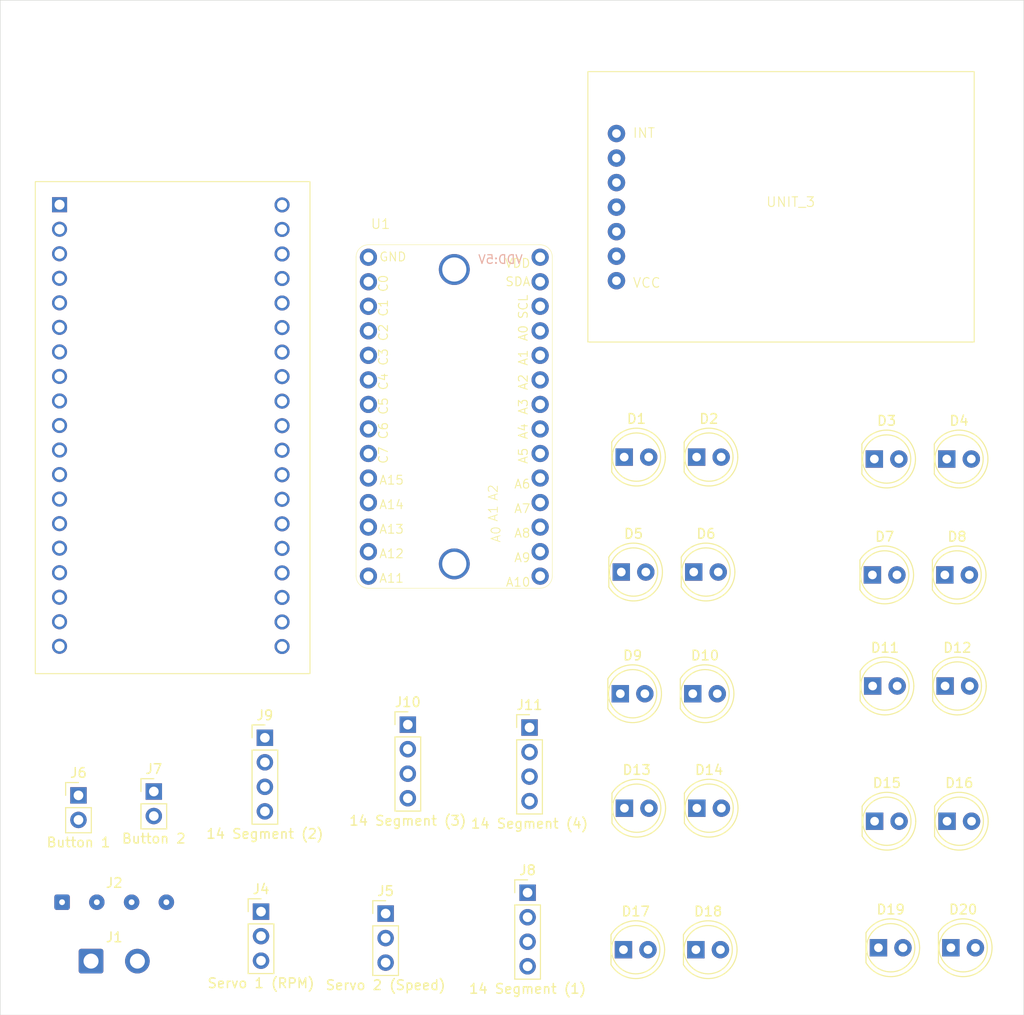
<source format=kicad_pcb>
(kicad_pcb (version 20240108) (generator "pcbnew") (generator_version "8.0")
  (layers (0 "F.Cu" signal) (31 "B.Cu" signal) (34 "B.Paste" user) (35 "F.Paste" user) (36 "B.SilkS" user "B.Silkscreen") (37 "F.SilkS" user "F.Silkscreen") (38 "B.Mask" user) (39 "F.Mask" user) (44 "Edge.Cuts" user))
  (net 0 "")
  (net 1 "GND")
  (net 2 "+5v")
  (net 3 "Low")
  (net 4 "High")
  (net 20 "SI")
  (net 21 "SCL")
  (net 22 "SCK")
  (net 39 "SO")
  (net 42 "CS")
  (net 44 "SDA")
  (net 45 "IO33 RPM")
  (net 46 "IO32 Speed")
  (net 47 "IO12 Button 1")
  (net 48 "IO14 Button 2")
  (net 49 "Regulated 3v3")
  (net 51 "A6")
  (net 52 "C0")
  (net 53 "C1")
  (net 54 "A7")
  (net 55 "A8")
  (net 56 "A9")
  (net 57 "A0")
  (net 58 "A1")
  (net 59 "A2")
  (net 60 "A3")
  (net 61 "A4")
  (net 62 "A5")
  (net 63 "C7")
  (net 64 "C3")
  (net 65 "C2")
  (net 66 "C6")
  (net 67 "C4")
  (net 68 "C5")
  (footprint "Connector_PinHeader_2.54mm:PinHeader_1x04_P2.54mm_Vertical" (layer "F.Cu") (at 142.4 123.76)
    (property "Reference" "J9" (at 0 -2.33 0) (layer "F.SilkS"))
    (property "Value" "14 Segment (2)" (at 0 9.95 0) (layer "F.SilkS"))
    (fp_line (start -1.33 -1.33) (end 0 -1.33) (stroke (width 0.12)) (layer "F.SilkS"))
    (fp_line (start -1.33 0) (end -1.33 -1.33) (stroke (width 0.12)) (layer "F.SilkS"))
    (fp_line (start -1.33 1.27) (end -1.33 8.95) (stroke (width 0.12)) (layer "F.SilkS"))
    (fp_line (start -1.33 1.27) (end 1.33 1.27) (stroke (width 0.12)) (layer "F.SilkS"))
    (fp_line (start -1.33 8.95) (end 1.33 8.95) (stroke (width 0.12)) (layer "F.SilkS"))
    (fp_line (start 1.33 1.27) (end 1.33 8.95) (stroke (width 0.12)) (layer "F.SilkS"))
    (pad "1" thru_hole rect (at 0 0) (size 1.7 1.7) (drill 1) (layers "*.Cu" "*.Mask") (net 21 "SCL"))
    (pad "2" thru_hole oval (at 0 2.54) (size 1.7 1.7) (drill 1) (layers "*.Cu" "*.Mask") (net 44 "SDA"))
    (pad "3" thru_hole oval (at 0 5.08) (size 1.7 1.7) (drill 1) (layers "*.Cu" "*.Mask") (net 49 "Regulated 3v3"))
    (pad "4" thru_hole oval (at 0 7.62) (size 1.7 1.7) (drill 1) (layers "*.Cu" "*.Mask") (net 1 "GND"))
  )
  (footprint "LED_THT:LED_D5.0mm" (layer "F.Cu") (at 179.2 119.2)
    (property "Reference" "D9" (at 1.27 -3.96 0) (layer "F.SilkS"))
    (property "Value" "LED")
    (fp_line (start -1.29 -1.545) (end -1.29 1.545) (stroke (width 0.12)) (layer "F.SilkS"))
    (fp_arc (start -1.29 -1.54483) (mid 2.072002 -2.880433) (end 4.26 0.000462) (stroke (width 0.12)) (layer "F.SilkS"))
    (fp_arc (start 4.26 -0.000462) (mid 2.072002 2.880433) (end -1.29 1.54483) (stroke (width 0.12)) (layer "F.SilkS"))
    (fp_circle (center 1.27 0) (end 3.77 0) (stroke (width 0.12)) (fill none) (layer "F.SilkS"))
    (pad "1" thru_hole rect (at 0 0) (size 1.8 1.8) (drill 0.9) (layers "*.Cu" "*.Mask") (net 52 "C0"))
    (pad "2" thru_hole circle (at 2.54 0) (size 1.8 1.8) (drill 0.9) (layers "*.Cu" "*.Mask") (net 57 "A0"))
  )
  (footprint "LED_THT:LED_D5.0mm" (layer "F.Cu") (at 205.5 94.9)
    (property "Reference" "D3" (at 1.27 -3.96 0) (layer "F.SilkS"))
    (property "Value" "LED")
    (fp_line (start -1.29 -1.545) (end -1.29 1.545) (stroke (width 0.12)) (layer "F.SilkS"))
    (fp_arc (start -1.29 -1.54483) (mid 2.072002 -2.880433) (end 4.26 0.000462) (stroke (width 0.12)) (layer "F.SilkS"))
    (fp_arc (start 4.26 -0.000462) (mid 2.072002 2.880433) (end -1.29 1.54483) (stroke (width 0.12)) (layer "F.SilkS"))
    (fp_circle (center 1.27 0) (end 3.77 0) (stroke (width 0.12)) (fill none) (layer "F.SilkS"))
    (pad "1" thru_hole rect (at 0 0) (size 1.8 1.8) (drill 0.9) (layers "*.Cu" "*.Mask") (net 52 "C0"))
    (pad "2" thru_hole circle (at 2.54 0) (size 1.8 1.8) (drill 0.9) (layers "*.Cu" "*.Mask") (net 54 "A7"))
  )
  (footprint "LED_THT:LED_D5.0mm" (layer "F.Cu") (at 205.325 118.4)
    (property "Reference" "D11" (at 1.27 -3.96 0) (layer "F.SilkS"))
    (property "Value" "LED")
    (fp_line (start -1.29 -1.545) (end -1.29 1.545) (stroke (width 0.12)) (layer "F.SilkS"))
    (fp_arc (start -1.29 -1.54483) (mid 2.072002 -2.880433) (end 4.26 0.000462) (stroke (width 0.12)) (layer "F.SilkS"))
    (fp_arc (start 4.26 -0.000462) (mid 2.072002 2.880433) (end -1.29 1.54483) (stroke (width 0.12)) (layer "F.SilkS"))
    (fp_circle (center 1.27 0) (end 3.77 0) (stroke (width 0.12)) (fill none) (layer "F.SilkS"))
    (pad "1" thru_hole rect (at 0 0) (size 1.8 1.8) (drill 0.9) (layers "*.Cu" "*.Mask") (net 52 "C0"))
    (pad "2" thru_hole circle (at 2.54 0) (size 1.8 1.8) (drill 0.9) (layers "*.Cu" "*.Mask") (net 58 "A1"))
  )
  (footprint "BAJA SAE:HiLetgo CAN Bus (Facing Up)" (layer "F.Cu") (at 196.84 68.79)
    (property "Reference" "UNIT_3" (at 0 -0.5 0) (layer "F.SilkS") (effects (font (thickness 0.1))))
    (property "Value" "CAN Bus")
    (fp_rect (start -21 -14) (end 19 14) (stroke (width 0.1)) (fill none) (layer "F.SilkS"))
    (fp_text user "VCC" (at -16.4 8.45 0) (layer "F.SilkS") (effects (font (thickness 0.1)) (justify left bottom)))
    (fp_text user "INT" (at -16.4 -7.06 0) (layer "F.SilkS") (effects (font (thickness 0.1)) (justify left bottom)))
    (pad "1" thru_hole circle (at -18.04 -7.59) (size 1.8 1.8) (drill 0.9) (layers "*.Cu" "*.Mask"))
    (pad "2" thru_hole circle (at -18.04 -5.05) (size 1.8 1.8) (drill 0.9) (layers "*.Cu" "*.Mask") (net 22 "SCK"))
    (pad "3" thru_hole circle (at -18.04 -2.51) (size 1.8 1.8) (drill 0.9) (layers "*.Cu" "*.Mask") (net 20 "SI"))
    (pad "4" thru_hole circle (at -18.04 0.03) (size 1.8 1.8) (drill 0.9) (layers "*.Cu" "*.Mask") (net 39 "SO"))
    (pad "5" thru_hole circle (at -18.04 2.57) (size 1.8 1.8) (drill 0.9) (layers "*.Cu" "*.Mask") (net 42 "CS"))
    (pad "6" thru_hole circle (at -18.04 5.11) (size 1.8 1.8) (drill 0.9) (layers "*.Cu" "*.Mask") (net 1 "GND"))
    (pad "7" thru_hole circle (at -18.04 7.65) (size 1.8 1.8) (drill 0.9) (layers "*.Cu" "*.Mask") (net 2 "+5v"))
  )
  (footprint "LED_THT:LED_D5.0mm" (layer "F.Cu") (at 205.925 145.5)
    (property "Reference" "D19" (at 1.27 -3.96 0) (layer "F.SilkS"))
    (property "Value" "LED")
    (fp_line (start -1.29 -1.545) (end -1.29 1.545) (stroke (width 0.12)) (layer "F.SilkS"))
    (fp_arc (start -1.29 -1.54483) (mid 2.072002 -2.880433) (end 4.26 0.000462) (stroke (width 0.12)) (layer "F.SilkS"))
    (fp_arc (start 4.26 -0.000462) (mid 2.072002 2.880433) (end -1.29 1.54483) (stroke (width 0.12)) (layer "F.SilkS"))
    (fp_circle (center 1.27 0) (end 3.77 0) (stroke (width 0.12)) (fill none) (layer "F.SilkS"))
    (pad "1" thru_hole rect (at 0 0) (size 1.8 1.8) (drill 0.9) (layers "*.Cu" "*.Mask") (net 52 "C0"))
    (pad "2" thru_hole circle (at 2.54 0) (size 1.8 1.8) (drill 0.9) (layers "*.Cu" "*.Mask") (net 62 "A5"))
  )
  (footprint "LED_THT:LED_D5.0mm" (layer "F.Cu") (at 212.825 118.4)
    (property "Reference" "D12" (at 1.27 -3.96 0) (layer "F.SilkS"))
    (property "Value" "LED")
    (fp_line (start -1.29 -1.545) (end -1.29 1.545) (stroke (width 0.12)) (layer "F.SilkS"))
    (fp_arc (start -1.29 -1.54483) (mid 2.072002 -2.880433) (end 4.26 0.000462) (stroke (width 0.12)) (layer "F.SilkS"))
    (fp_arc (start 4.26 -0.000462) (mid 2.072002 2.880433) (end -1.29 1.54483) (stroke (width 0.12)) (layer "F.SilkS"))
    (fp_circle (center 1.27 0) (end 3.77 0) (stroke (width 0.12)) (fill none) (layer "F.SilkS"))
    (pad "1" thru_hole rect (at 0 0) (size 1.8 1.8) (drill 0.9) (layers "*.Cu" "*.Mask") (net 53 "C1"))
    (pad "2" thru_hole circle (at 2.54 0) (size 1.8 1.8) (drill 0.9) (layers "*.Cu" "*.Mask") (net 58 "A1"))
  )
  (footprint "Connector_PinHeader_2.54mm:PinHeader_1x04_P2.54mm_Vertical" (layer "F.Cu") (at 169.8 122.7)
    (property "Reference" "J11" (at 0 -2.33 0) (layer "F.SilkS"))
    (property "Value" "14 Segment (4)" (at 0 9.95 0) (layer "F.SilkS"))
    (fp_line (start -1.33 -1.33) (end 0 -1.33) (stroke (width 0.12)) (layer "F.SilkS"))
    (fp_line (start -1.33 0) (end -1.33 -1.33) (stroke (width 0.12)) (layer "F.SilkS"))
    (fp_line (start -1.33 1.27) (end -1.33 8.95) (stroke (width 0.12)) (layer "F.SilkS"))
    (fp_line (start -1.33 1.27) (end 1.33 1.27) (stroke (width 0.12)) (layer "F.SilkS"))
    (fp_line (start -1.33 8.95) (end 1.33 8.95) (stroke (width 0.12)) (layer "F.SilkS"))
    (fp_line (start 1.33 1.27) (end 1.33 8.95) (stroke (width 0.12)) (layer "F.SilkS"))
    (pad "1" thru_hole rect (at 0 0) (size 1.7 1.7) (drill 1) (layers "*.Cu" "*.Mask") (net 21 "SCL"))
    (pad "2" thru_hole oval (at 0 2.54) (size 1.7 1.7) (drill 1) (layers "*.Cu" "*.Mask") (net 44 "SDA"))
    (pad "3" thru_hole oval (at 0 5.08) (size 1.7 1.7) (drill 1) (layers "*.Cu" "*.Mask") (net 49 "Regulated 3v3"))
    (pad "4" thru_hole oval (at 0 7.62) (size 1.7 1.7) (drill 1) (layers "*.Cu" "*.Mask") (net 1 "GND"))
  )
  (footprint "Connector_PinHeader_2.54mm:PinHeader_1x02_P2.54mm_Vertical" (layer "F.Cu") (at 130.9 129.325)
    (property "Reference" "J7" (at 0 -2.33 0) (layer "F.SilkS"))
    (property "Value" "Button 2" (at 0 4.87 0) (layer "F.SilkS"))
    (fp_line (start -1.33 -1.33) (end 0 -1.33) (stroke (width 0.12)) (layer "F.SilkS"))
    (fp_line (start -1.33 0) (end -1.33 -1.33) (stroke (width 0.12)) (layer "F.SilkS"))
    (fp_line (start -1.33 1.27) (end -1.33 3.87) (stroke (width 0.12)) (layer "F.SilkS"))
    (fp_line (start -1.33 1.27) (end 1.33 1.27) (stroke (width 0.12)) (layer "F.SilkS"))
    (fp_line (start -1.33 3.87) (end 1.33 3.87) (stroke (width 0.12)) (layer "F.SilkS"))
    (fp_line (start 1.33 1.27) (end 1.33 3.87) (stroke (width 0.12)) (layer "F.SilkS"))
    (pad "1" thru_hole rect (at 0 0) (size 1.7 1.7) (drill 1) (layers "*.Cu" "*.Mask") (net 48 "IO14 Button 2"))
    (pad "2" thru_hole oval (at 0 2.54) (size 1.7 1.7) (drill 1) (layers "*.Cu" "*.Mask") (net 1 "GND"))
  )
  (footprint "Connector_PinHeader_2.54mm:PinHeader_1x04_P2.54mm_Vertical" (layer "F.Cu") (at 157.2 122.4)
    (property "Reference" "J10" (at 0 -2.33 0) (layer "F.SilkS"))
    (property "Value" "14 Segment (3)" (at 0 9.95 0) (layer "F.SilkS"))
    (fp_line (start -1.33 -1.33) (end 0 -1.33) (stroke (width 0.12)) (layer "F.SilkS"))
    (fp_line (start -1.33 0) (end -1.33 -1.33) (stroke (width 0.12)) (layer "F.SilkS"))
    (fp_line (start -1.33 1.27) (end -1.33 8.95) (stroke (width 0.12)) (layer "F.SilkS"))
    (fp_line (start -1.33 1.27) (end 1.33 1.27) (stroke (width 0.12)) (layer "F.SilkS"))
    (fp_line (start -1.33 8.95) (end 1.33 8.95) (stroke (width 0.12)) (layer "F.SilkS"))
    (fp_line (start 1.33 1.27) (end 1.33 8.95) (stroke (width 0.12)) (layer "F.SilkS"))
    (pad "1" thru_hole rect (at 0 0) (size 1.7 1.7) (drill 1) (layers "*.Cu" "*.Mask") (net 21 "SCL"))
    (pad "2" thru_hole oval (at 0 2.54) (size 1.7 1.7) (drill 1) (layers "*.Cu" "*.Mask") (net 44 "SDA"))
    (pad "3" thru_hole oval (at 0 5.08) (size 1.7 1.7) (drill 1) (layers "*.Cu" "*.Mask") (net 49 "Regulated 3v3"))
    (pad "4" thru_hole oval (at 0 7.62) (size 1.7 1.7) (drill 1) (layers "*.Cu" "*.Mask") (net 1 "GND"))
  )
  (footprint "LED_THT:LED_D5.0mm" (layer "F.Cu") (at 186.7 119.2)
    (property "Reference" "D10" (at 1.27 -3.96 0) (layer "F.SilkS"))
    (property "Value" "LED")
    (fp_line (start -1.29 -1.545) (end -1.29 1.545) (stroke (width 0.12)) (layer "F.SilkS"))
    (fp_arc (start -1.29 -1.54483) (mid 2.072002 -2.880433) (end 4.26 0.000462) (stroke (width 0.12)) (layer "F.SilkS"))
    (fp_arc (start 4.26 -0.000462) (mid 2.072002 2.880433) (end -1.29 1.54483) (stroke (width 0.12)) (layer "F.SilkS"))
    (fp_circle (center 1.27 0) (end 3.77 0) (stroke (width 0.12)) (fill none) (layer "F.SilkS"))
    (pad "1" thru_hole rect (at 0 0) (size 1.8 1.8) (drill 0.9) (layers "*.Cu" "*.Mask") (net 53 "C1"))
    (pad "2" thru_hole circle (at 2.54 0) (size 1.8 1.8) (drill 0.9) (layers "*.Cu" "*.Mask") (net 57 "A0"))
  )
  (footprint "LED_THT:LED_D5.0mm" (layer "F.Cu") (at 213 94.9)
    (property "Reference" "D4" (at 1.27 -3.96 0) (layer "F.SilkS"))
    (property "Value" "LED")
    (fp_line (start -1.29 -1.545) (end -1.29 1.545) (stroke (width 0.12)) (layer "F.SilkS"))
    (fp_arc (start -1.29 -1.54483) (mid 2.072002 -2.880433) (end 4.26 0.000462) (stroke (width 0.12)) (layer "F.SilkS"))
    (fp_arc (start 4.26 -0.000462) (mid 2.072002 2.880433) (end -1.29 1.54483) (stroke (width 0.12)) (layer "F.SilkS"))
    (fp_circle (center 1.27 0) (end 3.77 0) (stroke (width 0.12)) (fill none) (layer "F.SilkS"))
    (pad "1" thru_hole rect (at 0 0) (size 1.8 1.8) (drill 0.9) (layers "*.Cu" "*.Mask") (net 53 "C1"))
    (pad "2" thru_hole circle (at 2.54 0) (size 1.8 1.8) (drill 0.9) (layers "*.Cu" "*.Mask") (net 54 "A7"))
  )
  (footprint "Connector_Wire:SolderWire-0.75sqmm_1x02_P4.8mm_D1.25mm_OD2.3mm" (layer "F.Cu") (at 124.4 146.885)
    (property "Reference" "J1" (at 2.4 -2.47 0) (layer "F.SilkS"))
    (property "Value" "Conn_01x02")
    (pad "1" thru_hole roundrect (at 0 0) (size 2.55 2.55) (drill 1.55) (layers "*.Cu" "*.Mask") (roundrect_rratio 0.098039) (net 2 "+5v"))
    (pad "2" thru_hole circle (at 4.8 0) (size 2.55 2.55) (drill 1.55) (layers "*.Cu" "*.Mask") (net 1 "GND"))
  )
  (footprint "LED_THT:LED_D5.0mm" (layer "F.Cu") (at 179.625 131.05)
    (property "Reference" "D13" (at 1.27 -3.96 0) (layer "F.SilkS"))
    (property "Value" "LED")
    (fp_line (start -1.29 -1.545) (end -1.29 1.545) (stroke (width 0.12)) (layer "F.SilkS"))
    (fp_arc (start -1.29 -1.54483) (mid 2.072002 -2.880433) (end 4.26 0.000462) (stroke (width 0.12)) (layer "F.SilkS"))
    (fp_arc (start 4.26 -0.000462) (mid 2.072002 2.880433) (end -1.29 1.54483) (stroke (width 0.12)) (layer "F.SilkS"))
    (fp_circle (center 1.27 0) (end 3.77 0) (stroke (width 0.12)) (fill none) (layer "F.SilkS"))
    (pad "1" thru_hole rect (at 0 0) (size 1.8 1.8) (drill 0.9) (layers "*.Cu" "*.Mask") (net 52 "C0"))
    (pad "2" thru_hole circle (at 2.54 0) (size 1.8 1.8) (drill 0.9) (layers "*.Cu" "*.Mask") (net 59 "A2"))
  )
  (footprint "Connector_PinHeader_2.54mm:PinHeader_1x04_P2.54mm_Vertical" (layer "F.Cu") (at 169.6 139.8)
    (property "Reference" "J8" (at 0 -2.33 0) (layer "F.SilkS"))
    (property "Value" "14 Segment (1)" (at 0 9.95 0) (layer "F.SilkS"))
    (fp_line (start -1.33 -1.33) (end 0 -1.33) (stroke (width 0.12)) (layer "F.SilkS"))
    (fp_line (start -1.33 0) (end -1.33 -1.33) (stroke (width 0.12)) (layer "F.SilkS"))
    (fp_line (start -1.33 1.27) (end -1.33 8.95) (stroke (width 0.12)) (layer "F.SilkS"))
    (fp_line (start -1.33 1.27) (end 1.33 1.27) (stroke (width 0.12)) (layer "F.SilkS"))
    (fp_line (start -1.33 8.95) (end 1.33 8.95) (stroke (width 0.12)) (layer "F.SilkS"))
    (fp_line (start 1.33 1.27) (end 1.33 8.95) (stroke (width 0.12)) (layer "F.SilkS"))
    (pad "1" thru_hole rect (at 0 0) (size 1.7 1.7) (drill 1) (layers "*.Cu" "*.Mask") (net 21 "SCL"))
    (pad "2" thru_hole oval (at 0 2.54) (size 1.7 1.7) (drill 1) (layers "*.Cu" "*.Mask") (net 44 "SDA"))
    (pad "3" thru_hole oval (at 0 5.08) (size 1.7 1.7) (drill 1) (layers "*.Cu" "*.Mask") (net 49 "Regulated 3v3"))
    (pad "4" thru_hole oval (at 0 7.62) (size 1.7 1.7) (drill 1) (layers "*.Cu" "*.Mask") (net 1 "GND"))
  )
  (footprint "LED_THT:LED_D5.0mm" (layer "F.Cu") (at 205.525 132.4)
    (property "Reference" "D15" (at 1.27 -3.96 0) (layer "F.SilkS"))
    (property "Value" "LED")
    (fp_line (start -1.29 -1.545) (end -1.29 1.545) (stroke (width 0.12)) (layer "F.SilkS"))
    (fp_arc (start -1.29 -1.54483) (mid 2.072002 -2.880433) (end 4.26 0.000462) (stroke (width 0.12)) (layer "F.SilkS"))
    (fp_arc (start 4.26 -0.000462) (mid 2.072002 2.880433) (end -1.29 1.54483) (stroke (width 0.12)) (layer "F.SilkS"))
    (fp_circle (center 1.27 0) (end 3.77 0) (stroke (width 0.12)) (fill none) (layer "F.SilkS"))
    (pad "1" thru_hole rect (at 0 0) (size 1.8 1.8) (drill 0.9) (layers "*.Cu" "*.Mask") (net 52 "C0"))
    (pad "2" thru_hole circle (at 2.54 0) (size 1.8 1.8) (drill 0.9) (layers "*.Cu" "*.Mask") (net 60 "A3"))
  )
  (footprint "BAJA SAE:LED Breakout" (layer "F.Cu") (at 162.08 71.3475)
    (property "Reference" "U1" (at -7.704 -0.781 0) (layer "F.SilkS") (effects (font (thickness 0.1))))
    (property "Value" "~" (hide yes))
    (fp_line (start -10.24 35.66) (end -10.24 2.64) (stroke (width 0.05)) (layer "F.SilkS"))
    (fp_line (start -8.97 1.37) (end 8.81 1.37) (stroke (width 0.05)) (layer "F.SilkS"))
    (fp_line (start 8.81 36.93) (end -8.97 36.93) (stroke (width 0.05)) (layer "F.SilkS"))
    (fp_line (start 10.08 2.64) (end 10.08 35.66) (stroke (width 0.05)) (layer "F.SilkS"))
    (fp_arc (start -10.24 2.64) (mid -9.868026 1.741974) (end -8.97 1.37) (stroke (width 0.05)) (layer "F.SilkS"))
    (fp_arc (start -8.97 36.93) (mid -9.868026 36.558026) (end -10.24 35.66) (stroke (width 0.05)) (layer "F.SilkS"))
    (fp_arc (start 8.81 1.37) (mid 9.708026 1.741974) (end 10.08 2.64) (stroke (width 0.05)) (layer "F.SilkS"))
    (fp_arc (start 10.08 35.66) (mid 9.708026 36.558026) (end 8.81 36.93) (stroke (width 0.05)) (layer "F.SilkS"))
    (fp_text user "VDD:5V" (at 7.092 3.409 0) (layer "B.SilkS") (effects (font (size 0.89408 0.89408) (thickness 0.12192)) (justify left bottom mirror)))
    (fp_text user "C0" (at -6.878 6.33 90) (layer "F.SilkS") (effects (font (size 0.9144 0.9144) (thickness 0.1016)) (justify left bottom)))
    (fp_text user "A4" (at 7.6 21.57 90) (layer "F.SilkS") (effects (font (size 0.9144 0.9144) (thickness 0.1016)) (justify left bottom)))
    (fp_text user "A5" (at 7.6 24.11 90) (layer "F.SilkS") (effects (font (size 0.9144 0.9144) (thickness 0.1016)) (justify left bottom)))
    (fp_text user "A6" (at 6.077452 26.679464 0) (layer "F.SilkS") (effects (font (size 0.9144 0.9144) (thickness 0.1016)) (justify left bottom)))
    (fp_text user "A1" (at 7.6 13.95 90) (layer "F.SilkS") (effects (font (size 0.9144 0.9144) (thickness 0.1016)) (justify left bottom)))
    (fp_text user "C1" (at -6.878 8.87 90) (layer "F.SilkS") (effects (font (size 0.9144 0.9144) (thickness 0.1016)) (justify left bottom)))
    (fp_text user "A13" (at -7.894 31.349 0) (layer "F.SilkS") (effects (font (size 0.9144 0.9144) (thickness 0.1016)) (justify left bottom)))
    (fp_text user "A8" (at 6.077452 31.759464 0) (layer "F.SilkS") (effects (font (size 0.9144 0.9144) (thickness 0.1016)) (justify left bottom)))
    (fp_text user "A2" (at 7.6 16.49 90) (layer "F.SilkS") (effects (font (size 0.9144 0.9144) (thickness 0.1016)) (justify left bottom)))
    (fp_text user "SDA" (at 5.163052 5.724464 0) (layer "F.SilkS") (effects (font (size 0.9144 0.9144) (thickness 0.1016)) (justify left bottom)))
    (fp_text user "C3" (at -6.878 13.95 90) (layer "F.SilkS") (effects (font (size 0.9144 0.9144) (thickness 0.1016)) (justify left bottom)))
    (fp_text user "A15" (at -7.894 26.269 0) (layer "F.SilkS") (effects (font (size 0.9144 0.9144) (thickness 0.1016)) (justify left bottom)))
    (fp_text user "C5" (at -6.878 19.03 90) (layer "F.SilkS") (effects (font (size 0.9144 0.9144) (thickness 0.1016)) (justify left bottom)))
    (fp_text user "A1" (at 3.409 29.19 90) (layer "F.SilkS") (effects (font (size 0.93472 0.93472) (thickness 0.08128)) (justify top)))
    (fp_text user "A9" (at 6.077452 34.299464 0) (layer "F.SilkS") (effects (font (size 0.9144 0.9144) (thickness 0.1016)) (justify left bottom)))
    (fp_text user "C2" (at -6.878 11.41 90) (layer "F.SilkS") (effects (font (size 0.9144 0.9144) (thickness 0.1016)) (justify left bottom)))
    (fp_text user "C4" (at -6.878 16.49 90) (layer "F.SilkS") (effects (font (size 0.9144 0.9144) (thickness 0.1016)) (justify left bottom)))
    (fp_text user "A11" (at -7.894 36.429 0) (layer "F.SilkS") (effects (font (size 0.9144 0.9144) (thickness 0.1016)) (justify left bottom)))
    (fp_text user "GND" (at -7.894 3.155 0) (layer "F.SilkS") (effects (font (size 0.9144 0.9144) (thickness 0.1016)) (justify left bottom)))
    (fp_text user "A3" (at 7.6 19.03 90) (layer "F.SilkS") (effects (font (size 0.9144 0.9144) (thickness 0.1016)) (justify left bottom)))
    (fp_text user "A2" (at 3.409 27.031 90) (layer "F.SilkS") (effects (font (size 0.93472 0.93472) (thickness 0.08128)) (justify top)))
    (fp_text user "A7" (at 6.077452 29.219464 0) (layer "F.SilkS") (effects (font (size 0.9144 0.9144) (thickness 0.1016)) (justify left bottom)))
    (fp_text user "A12" (at -7.894 33.889 0) (layer "F.SilkS") (effects (font (size 0.9144 0.9144) (thickness 0.1016)) (justify left bottom)))
    (fp_text user "C6" (at -6.878 21.57 90) (layer "F.SilkS") (effects (font (size 0.9144 0.9144) (thickness 0.1016)) (justify left bottom)))
    (fp_text user "C7" (at -6.878 24.11 90) (layer "F.SilkS") (effects (font (size 0.9144 0.9144) (thickness 0.1016)) (justify left bottom)))
    (fp_text user "A0" (at 7.6 11.41 90) (layer "F.SilkS") (effects (font (size 0.9144 0.9144) (thickness 0.1016)) (justify left bottom)))
    (fp_text user "A10" (at 5.206595 36.839464 0) (layer "F.SilkS") (effects (font (size 0.9144 0.9144) (thickness 0.1016)) (justify left bottom)))
    (fp_text user "SCL" (at 7.6 9.124 90) (layer "F.SilkS") (effects (font (size 0.9144 0.9144) (thickness 0.1016)) (justify left bottom)))
    (fp_text user "A0" (at 4.787915 31.349 90) (layer "F.SilkS") (effects (font (size 0.93472 0.93472) (thickness 0.08128)) (justify bottom)))
    (fp_text user "VDD" (at 5.119509 3.819464 0) (layer "F.SilkS") (effects (font (size 0.9144 0.9144) (thickness 0.1016)) (justify left bottom)))
    (fp_text user "A14" (at -7.894 28.809 0) (layer "F.SilkS") (effects (font (size 0.9144 0.9144) (thickness 0.1016)) (justify left bottom)))
    (pad "1" thru_hole circle (at -8.96 2.66) (size 1.778 1.778) (drill 1.016) (layers "*.Cu" "*.Mask"))
    (pad "2" thru_hole circle (at -8.96 5.2) (size 1.778 1.778) (drill 1.016) (layers "*.Cu" "*.Mask") (net 52 "C0"))
    (pad "3" thru_hole circle (at -8.96 7.74) (size 1.778 1.778) (drill 1.016) (layers "*.Cu" "*.Mask") (net 53 "C1"))
    (pad "4" thru_hole circle (at -8.96 10.28) (size 1.778 1.778) (drill 1.016) (layers "*.Cu" "*.Mask") (net 65 "C2"))
    (pad "5" thru_hole circle (at -8.96 12.82) (size 1.778 1.778) (drill 1.016) (layers "*.Cu" "*.Mask") (net 64 "C3"))
    (pad "6" thru_hole circle (at -8.96 15.36) (size 1.778 1.778) (drill 1.016) (layers "*.Cu" "*.Mask") (net 67 "C4"))
    (pad "7" thru_hole circle (at -8.96 17.9) (size 1.778 1.778) (drill 1.016) (layers "*.Cu" "*.Mask") (net 68 "C5"))
    (pad "8" thru_hole circle (at -8.96 20.44) (size 1.778 1.778) (drill 1.016) (layers "*.Cu" "*.Mask") (net 66 "C6"))
    (pad "9" thru_hole circle (at -8.96 22.98) (size 1.778 1.778) (drill 1.016) (layers "*.Cu" "*.Mask") (net 63 "C7"))
    (pad "10" thru_hole circle (at -8.96 25.52) (size 1.778 1.778) (drill 1.016) (layers "*.Cu" "*.Mask"))
    (pad "11" thru_hole circle (at -8.96 28.06) (size 1.778 1.778) (drill 1.016) (layers "*.Cu" "*.Mask"))
    (pad "12" thru_hole circle (at -8.96 30.6) (size 1.778 1.778) (drill 1.016) (layers "*.Cu" "*.Mask"))
    (pad "13" thru_hole circle (at -8.96 33.14) (size 1.778 1.778) (drill 1.016) (layers "*.Cu" "*.Mask"))
    (pad "14" thru_hole circle (at -8.96 35.68) (size 1.778 1.778) (drill 1.016) (layers "*.Cu" "*.Mask"))
    (pad "15" thru_hole circle (at 8.82 35.68 180) (size 1.778 1.778) (drill 1.016) (layers "*.Cu" "*.Mask"))
    (pad "16" thru_hole circle (at 8.82 33.14 180) (size 1.778 1.778) (drill 1.016) (layers "*.Cu" "*.Mask") (net 56 "A9"))
    (pad "17" thru_hole circle (at 8.82 30.6 180) (size 1.778 1.778) (drill 1.016) (layers "*.Cu" "*.Mask") (net 55 "A8"))
    (pad "18" thru_hole circle (at 8.82 28.06 180) (size 1.778 1.778) (drill 1.016) (layers "*.Cu" "*.Mask") (net 54 "A7"))
    (pad "19" thru_hole circle (at 8.82 25.52 180) (size 1.778 1.778) (drill 1.016) (layers "*.Cu" "*.Mask") (net 51 "A6"))
    (pad "20" thru_hole circle (at 8.82 22.98 180) (size 1.778 1.778) (drill 1.016) (layers "*.Cu" "*.Mask") (net 62 "A5"))
    (pad "21" thru_hole circle (at 8.82 20.44 180) (size 1.778 1.778) (drill 1.016) (layers "*.Cu" "*.Mask") (net 61 "A4"))
    (pad "22" thru_hole circle (at 8.82 17.9 180) (size 1.778 1.778) (drill 1.016) (layers "*.Cu" "*.Mask") (net 60 "A3"))
    (pad "23" thru_hole circle (at 8.82 15.36 180) (size 1.778 1.778) (drill 1.016) (layers "*.Cu" "*.Mask") (net 59 "A2"))
    (pad "24" thru_hole circle (at 8.82 12.82 180) (size 1.778 1.778) (drill 1.016) (layers "*.Cu" "*.Mask") (net 58 "A1"))
    (pad "25" thru_hole circle (at 8.82 10.28 180) (size 1.778 1.778) (drill 1.016) (layers "*.Cu" "*.Mask") (net 57 "A0"))
    (pad "26" thru_hole circle (at 8.82 7.74 180) (size 1.778 1.778) (drill 1.016) (layers "*.Cu" "*.Mask"))
    (pad "27" thru_hole circle (at 8.82 5.2 180) (size 1.778 1.778) (drill 1.016) (layers "*.Cu" "*.Mask"))
    (pad "28" thru_hole circle (at 8.82 2.66 180) (size 1.778 1.778) (drill 1.016) (layers "*.Cu" "*.Mask"))
    (pad "P$1" thru_hole circle (at -0.07 3.93) (size 3.2 3.2) (drill 2.5) (layers "*.Cu" "*.Mask"))
    (pad "P$1" thru_hole circle (at -0.07 34.41) (size 3.2 3.2) (drill 2.5) (layers "*.Cu" "*.Mask"))
  )
  (footprint "LED_THT:LED_D5.0mm" (layer "F.Cu") (at 187.125 131.05)
    (property "Reference" "D14" (at 1.27 -3.96 0) (layer "F.SilkS"))
    (property "Value" "LED")
    (fp_line (start -1.29 -1.545) (end -1.29 1.545) (stroke (width 0.12)) (layer "F.SilkS"))
    (fp_arc (start -1.29 -1.54483) (mid 2.072002 -2.880433) (end 4.26 0.000462) (stroke (width 0.12)) (layer "F.SilkS"))
    (fp_arc (start 4.26 -0.000462) (mid 2.072002 2.880433) (end -1.29 1.54483) (stroke (width 0.12)) (layer "F.SilkS"))
    (fp_circle (center 1.27 0) (end 3.77 0) (stroke (width 0.12)) (fill none) (layer "F.SilkS"))
    (pad "1" thru_hole rect (at 0 0) (size 1.8 1.8) (drill 0.9) (layers "*.Cu" "*.Mask") (net 53 "C1"))
    (pad "2" thru_hole circle (at 2.54 0) (size 1.8 1.8) (drill 0.9) (layers "*.Cu" "*.Mask") (net 59 "A2"))
  )
  (footprint "LED_THT:LED_D5.0mm" (layer "F.Cu") (at 186.8 106.6)
    (property "Reference" "D6" (at 1.27 -3.96 0) (layer "F.SilkS"))
    (property "Value" "LED")
    (fp_line (start -1.29 -1.545) (end -1.29 1.545) (stroke (width 0.12)) (layer "F.SilkS"))
    (fp_arc (start -1.29 -1.54483) (mid 2.072002 -2.880433) (end 4.26 0.000462) (stroke (width 0.12)) (layer "F.SilkS"))
    (fp_arc (start 4.26 -0.000462) (mid 2.072002 2.880433) (end -1.29 1.54483) (stroke (width 0.12)) (layer "F.SilkS"))
    (fp_circle (center 1.27 0) (end 3.77 0) (stroke (width 0.12)) (fill none) (layer "F.SilkS"))
    (pad "1" thru_hole rect (at 0 0) (size 1.8 1.8) (drill 0.9) (layers "*.Cu" "*.Mask") (net 53 "C1"))
    (pad "2" thru_hole circle (at 2.54 0) (size 1.8 1.8) (drill 0.9) (layers "*.Cu" "*.Mask") (net 55 "A8"))
  )
  (footprint "LED_THT:LED_D5.0mm" (layer "F.Cu") (at 187.1 94.7)
    (property "Reference" "D2" (at 1.27 -3.96 0) (layer "F.SilkS"))
    (property "Value" "LED")
    (fp_line (start -1.29 -1.545) (end -1.29 1.545) (stroke (width 0.12)) (layer "F.SilkS"))
    (fp_arc (start -1.29 -1.54483) (mid 2.072002 -2.880433) (end 4.26 0.000462) (stroke (width 0.12)) (layer "F.SilkS"))
    (fp_arc (start 4.26 -0.000462) (mid 2.072002 2.880433) (end -1.29 1.54483) (stroke (width 0.12)) (layer "F.SilkS"))
    (fp_circle (center 1.27 0) (end 3.77 0) (stroke (width 0.12)) (fill none) (layer "F.SilkS"))
    (pad "1" thru_hole rect (at 0 0) (size 1.8 1.8) (drill 0.9) (layers "*.Cu" "*.Mask") (net 53 "C1"))
    (pad "2" thru_hole circle (at 2.54 0) (size 1.8 1.8) (drill 0.9) (layers "*.Cu" "*.Mask") (net 51 "A6"))
  )
  (footprint "LED_THT:LED_D5.0mm" (layer "F.Cu") (at 212.8 106.9)
    (property "Reference" "D8" (at 1.27 -3.96 0) (layer "F.SilkS"))
    (property "Value" "LED")
    (fp_line (start -1.29 -1.545) (end -1.29 1.545) (stroke (width 0.12)) (layer "F.SilkS"))
    (fp_arc (start -1.29 -1.54483) (mid 2.072002 -2.880433) (end 4.26 0.000462) (stroke (width 0.12)) (layer "F.SilkS"))
    (fp_arc (start 4.26 -0.000462) (mid 2.072002 2.880433) (end -1.29 1.54483) (stroke (width 0.12)) (layer "F.SilkS"))
    (fp_circle (center 1.27 0) (end 3.77 0) (stroke (width 0.12)) (fill none) (layer "F.SilkS"))
    (pad "1" thru_hole rect (at 0 0) (size 1.8 1.8) (drill 0.9) (layers "*.Cu" "*.Mask") (net 53 "C1"))
    (pad "2" thru_hole circle (at 2.54 0) (size 1.8 1.8) (drill 0.9) (layers "*.Cu" "*.Mask") (net 56 "A9"))
  )
  (footprint "Connector_PinHeader_2.54mm:PinHeader_1x03_P2.54mm_Vertical" (layer "F.Cu") (at 154.9 141.96)
    (property "Reference" "J5" (at 0 -2.33 0) (layer "F.SilkS"))
    (property "Value" "Servo 2 (Speed)" (at 0 7.41 0) (layer "F.SilkS"))
    (fp_line (start -1.33 -1.33) (end 0 -1.33) (stroke (width 0.12)) (layer "F.SilkS"))
    (fp_line (start -1.33 0) (end -1.33 -1.33) (stroke (width 0.12)) (layer "F.SilkS"))
    (fp_line (start -1.33 1.27) (end -1.33 6.41) (stroke (width 0.12)) (layer "F.SilkS"))
    (fp_line (start -1.33 1.27) (end 1.33 1.27) (stroke (width 0.12)) (layer "F.SilkS"))
    (fp_line (start -1.33 6.41) (end 1.33 6.41) (stroke (width 0.12)) (layer "F.SilkS"))
    (fp_line (start 1.33 1.27) (end 1.33 6.41) (stroke (width 0.12)) (layer "F.SilkS"))
    (pad "1" thru_hole rect (at 0 0) (size 1.7 1.7) (drill 1) (layers "*.Cu" "*.Mask") (net 1 "GND"))
    (pad "2" thru_hole oval (at 0 2.54) (size 1.7 1.7) (drill 1) (layers "*.Cu" "*.Mask") (net 2 "+5v"))
    (pad "3" thru_hole oval (at 0 5.08) (size 1.7 1.7) (drill 1) (layers "*.Cu" "*.Mask") (net 46 "IO32 Speed"))
  )
  (footprint "Connector_Wire:SolderWire-0.1sqmm_1x04_P3.6mm_D0.4mm_OD1mm" (layer "F.Cu") (at 121.4 140.785)
    (property "Reference" "J2" (at 5.4 -2 0) (layer "F.SilkS"))
    (property "Value" "CAN to outer connector")
    (pad "1" thru_hole roundrect (at 0 0) (size 1.6 1.6) (drill 0.6) (layers "*.Cu" "*.Mask") (roundrect_rratio 0.15625) (net 3 "Low"))
    (pad "2" thru_hole circle (at 3.6 0) (size 1.6 1.6) (drill 0.6) (layers "*.Cu" "*.Mask") (net 4 "High"))
    (pad "3" thru_hole circle (at 7.2 0) (size 1.6 1.6) (drill 0.6) (layers "*.Cu" "*.Mask") (net 3 "Low"))
    (pad "4" thru_hole circle (at 10.8 0) (size 1.6 1.6) (drill 0.6) (layers "*.Cu" "*.Mask") (net 4 "High"))
  )
  (footprint "Connector_PinHeader_2.54mm:PinHeader_1x02_P2.54mm_Vertical" (layer "F.Cu") (at 123.1 129.725)
    (property "Reference" "J6" (at 0 -2.33 0) (layer "F.SilkS"))
    (property "Value" "Button 1" (at 0 4.87 0) (layer "F.SilkS"))
    (fp_line (start -1.33 -1.33) (end 0 -1.33) (stroke (width 0.12)) (layer "F.SilkS"))
    (fp_line (start -1.33 0) (end -1.33 -1.33) (stroke (width 0.12)) (layer "F.SilkS"))
    (fp_line (start -1.33 1.27) (end -1.33 3.87) (stroke (width 0.12)) (layer "F.SilkS"))
    (fp_line (start -1.33 1.27) (end 1.33 1.27) (stroke (width 0.12)) (layer "F.SilkS"))
    (fp_line (start -1.33 3.87) (end 1.33 3.87) (stroke (width 0.12)) (layer "F.SilkS"))
    (fp_line (start 1.33 1.27) (end 1.33 3.87) (stroke (width 0.12)) (layer "F.SilkS"))
    (pad "1" thru_hole rect (at 0 0) (size 1.7 1.7) (drill 1) (layers "*.Cu" "*.Mask") (net 47 "IO12 Button 1"))
    (pad "2" thru_hole oval (at 0 2.54) (size 1.7 1.7) (drill 1) (layers "*.Cu" "*.Mask") (net 1 "GND"))
  )
  (footprint "LED_THT:LED_D5.0mm" (layer "F.Cu") (at 179.3 106.6)
    (property "Reference" "D5" (at 1.27 -3.96 0) (layer "F.SilkS"))
    (property "Value" "LED")
    (fp_line (start -1.29 -1.545) (end -1.29 1.545) (stroke (width 0.12)) (layer "F.SilkS"))
    (fp_arc (start -1.29 -1.54483) (mid 2.072002 -2.880433) (end 4.26 0.000462) (stroke (width 0.12)) (layer "F.SilkS"))
    (fp_arc (start 4.26 -0.000462) (mid 2.072002 2.880433) (end -1.29 1.54483) (stroke (width 0.12)) (layer "F.SilkS"))
    (fp_circle (center 1.27 0) (end 3.77 0) (stroke (width 0.12)) (fill none) (layer "F.SilkS"))
    (pad "1" thru_hole rect (at 0 0) (size 1.8 1.8) (drill 0.9) (layers "*.Cu" "*.Mask") (net 52 "C0"))
    (pad "2" thru_hole circle (at 2.54 0) (size 1.8 1.8) (drill 0.9) (layers "*.Cu" "*.Mask") (net 55 "A8"))
  )
  (footprint "LED_THT:LED_D5.0mm" (layer "F.Cu") (at 187.025 145.7)
    (property "Reference" "D18" (at 1.27 -3.96 0) (layer "F.SilkS"))
    (property "Value" "LED")
    (fp_line (start -1.29 -1.545) (end -1.29 1.545) (stroke (width 0.12)) (layer "F.SilkS"))
    (fp_arc (start -1.29 -1.54483) (mid 2.072002 -2.880433) (end 4.26 0.000462) (stroke (width 0.12)) (layer "F.SilkS"))
    (fp_arc (start 4.26 -0.000462) (mid 2.072002 2.880433) (end -1.29 1.54483) (stroke (width 0.12)) (layer "F.SilkS"))
    (fp_circle (center 1.27 0) (end 3.77 0) (stroke (width 0.12)) (fill none) (layer "F.SilkS"))
    (pad "1" thru_hole rect (at 0 0) (size 1.8 1.8) (drill 0.9) (layers "*.Cu" "*.Mask") (net 53 "C1"))
    (pad "2" thru_hole circle (at 2.54 0) (size 1.8 1.8) (drill 0.9) (layers "*.Cu" "*.Mask") (net 61 "A4"))
  )
  (footprint "LED_THT:LED_D5.0mm" (layer "F.Cu") (at 179.525 145.7)
    (property "Reference" "D17" (at 1.27 -3.96 0) (layer "F.SilkS"))
    (property "Value" "LED")
    (fp_line (start -1.29 -1.545) (end -1.29 1.545) (stroke (width 0.12)) (layer "F.SilkS"))
    (fp_arc (start -1.29 -1.54483) (mid 2.072002 -2.880433) (end 4.26 0.000462) (stroke (width 0.12)) (layer "F.SilkS"))
    (fp_arc (start 4.26 -0.000462) (mid 2.072002 2.880433) (end -1.29 1.54483) (stroke (width 0.12)) (layer "F.SilkS"))
    (fp_circle (center 1.27 0) (end 3.77 0) (stroke (width 0.12)) (fill none) (layer "F.SilkS"))
    (pad "1" thru_hole rect (at 0 0) (size 1.8 1.8) (drill 0.9) (layers "*.Cu" "*.Mask") (net 52 "C0"))
    (pad "2" thru_hole circle (at 2.54 0) (size 1.8 1.8) (drill 0.9) (layers "*.Cu" "*.Mask") (net 61 "A4"))
  )
  (footprint "LED_THT:LED_D5.0mm" (layer "F.Cu") (at 179.6 94.7)
    (property "Reference" "D1" (at 1.27 -3.96 0) (layer "F.SilkS"))
    (property "Value" "LED")
    (fp_line (start -1.29 -1.545) (end -1.29 1.545) (stroke (width 0.12)) (layer "F.SilkS"))
    (fp_arc (start -1.29 -1.54483) (mid 2.072002 -2.880433) (end 4.26 0.000462) (stroke (width 0.12)) (layer "F.SilkS"))
    (fp_arc (start 4.26 -0.000462) (mid 2.072002 2.880433) (end -1.29 1.54483) (stroke (width 0.12)) (layer "F.SilkS"))
    (fp_circle (center 1.27 0) (end 3.77 0) (stroke (width 0.12)) (fill none) (layer "F.SilkS"))
    (pad "1" thru_hole rect (at 0 0) (size 1.8 1.8) (drill 0.9) (layers "*.Cu" "*.Mask") (net 52 "C0"))
    (pad "2" thru_hole circle (at 2.54 0) (size 1.8 1.8) (drill 0.9) (layers "*.Cu" "*.Mask") (net 51 "A6"))
  )
  (footprint "LED_THT:LED_D5.0mm" (layer "F.Cu") (at 205.3 106.9)
    (property "Reference" "D7" (at 1.27 -3.96 0) (layer "F.SilkS"))
    (property "Value" "LED")
    (fp_line (start -1.29 -1.545) (end -1.29 1.545) (stroke (width 0.12)) (layer "F.SilkS"))
    (fp_arc (start -1.29 -1.54483) (mid 2.072002 -2.880433) (end 4.26 0.000462) (stroke (width 0.12)) (layer "F.SilkS"))
    (fp_arc (start 4.26 -0.000462) (mid 2.072002 2.880433) (end -1.29 1.54483) (stroke (width 0.12)) (layer "F.SilkS"))
    (fp_circle (center 1.27 0) (end 3.77 0) (stroke (width 0.12)) (fill none) (layer "F.SilkS"))
    (pad "1" thru_hole rect (at 0 0) (size 1.8 1.8) (drill 0.9) (layers "*.Cu" "*.Mask") (net 52 "C0"))
    (pad "2" thru_hole circle (at 2.54 0) (size 1.8 1.8) (drill 0.9) (layers "*.Cu" "*.Mask") (net 56 "A9"))
  )
  (footprint "LED_THT:LED_D5.0mm" (layer "F.Cu") (at 213.025 132.4)
    (property "Reference" "D16" (at 1.27 -3.96 0) (layer "F.SilkS"))
    (property "Value" "LED")
    (fp_line (start -1.29 -1.545) (end -1.29 1.545) (stroke (width 0.12)) (layer "F.SilkS"))
    (fp_arc (start -1.29 -1.54483) (mid 2.072002 -2.880433) (end 4.26 0.000462) (stroke (width 0.12)) (layer "F.SilkS"))
    (fp_arc (start 4.26 -0.000462) (mid 2.072002 2.880433) (end -1.29 1.54483) (stroke (width 0.12)) (layer "F.SilkS"))
    (fp_circle (center 1.27 0) (end 3.77 0) (stroke (width 0.12)) (fill none) (layer "F.SilkS"))
    (pad "1" thru_hole rect (at 0 0) (size 1.8 1.8) (drill 0.9) (layers "*.Cu" "*.Mask") (net 53 "C1"))
    (pad "2" thru_hole circle (at 2.54 0) (size 1.8 1.8) (drill 0.9) (layers "*.Cu" "*.Mask") (net 60 "A3"))
  )
  (footprint "LED_THT:LED_D5.0mm" (layer "F.Cu") (at 213.425 145.5)
    (property "Reference" "D20" (at 1.27 -3.96 0) (layer "F.SilkS"))
    (property "Value" "LED")
    (fp_line (start -1.29 -1.545) (end -1.29 1.545) (stroke (width 0.12)) (layer "F.SilkS"))
    (fp_arc (start -1.29 -1.54483) (mid 2.072002 -2.880433) (end 4.26 0.000462) (stroke (width 0.12)) (layer "F.SilkS"))
    (fp_arc (start 4.26 -0.000462) (mid 2.072002 2.880433) (end -1.29 1.54483) (stroke (width 0.12)) (layer "F.SilkS"))
    (fp_circle (center 1.27 0) (end 3.77 0) (stroke (width 0.12)) (fill none) (layer "F.SilkS"))
    (pad "1" thru_hole rect (at 0 0) (size 1.8 1.8) (drill 0.9) (layers "*.Cu" "*.Mask") (net 53 "C1"))
    (pad "2" thru_hole circle (at 2.54 0) (size 1.8 1.8) (drill 0.9) (layers "*.Cu" "*.Mask") (net 62 "A5"))
  )
  (footprint "Connector_PinHeader_2.54mm:PinHeader_1x03_P2.54mm_Vertical" (layer "F.Cu") (at 142 141.76)
    (property "Reference" "J4" (at 0 -2.33 0) (layer "F.SilkS"))
    (property "Value" "Servo 1 (RPM)" (at 0 7.41 0) (layer "F.SilkS"))
    (fp_line (start -1.33 -1.33) (end 0 -1.33) (stroke (width 0.12)) (layer "F.SilkS"))
    (fp_line (start -1.33 0) (end -1.33 -1.33) (stroke (width 0.12)) (layer "F.SilkS"))
    (fp_line (start -1.33 1.27) (end -1.33 6.41) (stroke (width 0.12)) (layer "F.SilkS"))
    (fp_line (start -1.33 1.27) (end 1.33 1.27) (stroke (width 0.12)) (layer "F.SilkS"))
    (fp_line (start -1.33 6.41) (end 1.33 6.41) (stroke (width 0.12)) (layer "F.SilkS"))
    (fp_line (start 1.33 1.27) (end 1.33 6.41) (stroke (width 0.12)) (layer "F.SilkS"))
    (pad "1" thru_hole rect (at 0 0) (size 1.7 1.7) (drill 1) (layers "*.Cu" "*.Mask") (net 1 "GND"))
    (pad "2" thru_hole oval (at 0 2.54) (size 1.7 1.7) (drill 1) (layers "*.Cu" "*.Mask") (net 2 "+5v"))
    (pad "3" thru_hole oval (at 0 5.08) (size 1.7 1.7) (drill 1) (layers "*.Cu" "*.Mask") (net 45 "IO33 RPM"))
  )
  (footprint "BAJA SAE:MODULE_ESP32-DEVKITC-32D" (layer "F.Cu") (at 132.9 87.5)
    (property "Reference" "UNIT_1" (hide yes))
    (property "Value" "ESP32-DEVKITC-32D" (hide yes))
    (fp_rect (start -14.27 -21.32) (end 14.17 29.62) (stroke (width 0.1)) (fill none) (layer "F.SilkS"))
    (pad "J2-1" thru_hole rect (at -11.76 -18.93) (size 1.56 1.56) (drill 1.04) (layers "*.Cu" "*.Mask"))
    (pad "J2-2" thru_hole circle (at -11.76 -16.39) (size 1.56 1.56) (drill 1.04) (layers "*.Cu" "*.Mask"))
    (pad "J2-3" thru_hole circle (at -11.76 -13.85) (size 1.56 1.56) (drill 1.04) (layers "*.Cu" "*.Mask"))
    (pad "J2-4" thru_hole circle (at -11.76 -11.31) (size 1.56 1.56) (drill 1.04) (layers "*.Cu" "*.Mask"))
    (pad "J2-5" thru_hole circle (at -11.76 -8.77) (size 1.56 1.56) (drill 1.04) (layers "*.Cu" "*.Mask"))
    (pad "J2-6" thru_hole circle (at -11.76 -6.23) (size 1.56 1.56) (drill 1.04) (layers "*.Cu" "*.Mask"))
    (pad "J2-7" thru_hole circle (at -11.76 -3.69) (size 1.56 1.56) (drill 1.04) (layers "*.Cu" "*.Mask") (net 46 "IO32 Speed"))
    (pad "J2-8" thru_hole circle (at -11.76 -1.15) (size 1.56 1.56) (drill 1.04) (layers "*.Cu" "*.Mask") (net 45 "IO33 RPM"))
    (pad "J2-9" thru_hole circle (at -11.76 1.39) (size 1.56 1.56) (drill 1.04) (layers "*.Cu" "*.Mask"))
    (pad "J2-10" thru_hole circle (at -11.76 3.93) (size 1.56 1.56) (drill 1.04) (layers "*.Cu" "*.Mask"))
    (pad "J2-11" thru_hole circle (at -11.76 6.47) (size 1.56 1.56) (drill 1.04) (layers "*.Cu" "*.Mask"))
    (pad "J2-12" thru_hole circle (at -11.76 9.01) (size 1.56 1.56) (drill 1.04) (layers "*.Cu" "*.Mask") (net 48 "IO14 Button 2"))
    (pad "J2-13" thru_hole circle (at -11.76 11.55) (size 1.56 1.56) (drill 1.04) (layers "*.Cu" "*.Mask") (net 47 "IO12 Button 1"))
    (pad "J2-14" thru_hole circle (at -11.76 14.09) (size 1.56 1.56) (drill 1.04) (layers "*.Cu" "*.Mask") (net 1 "GND"))
    (pad "J2-15" thru_hole circle (at -11.76 16.63) (size 1.56 1.56) (drill 1.04) (layers "*.Cu" "*.Mask"))
    (pad "J2-16" thru_hole circle (at -11.76 19.17) (size 1.56 1.56) (drill 1.04) (layers "*.Cu" "*.Mask"))
    (pad "J2-17" thru_hole circle (at -11.76 21.71) (size 1.56 1.56) (drill 1.04) (layers "*.Cu" "*.Mask"))
    (pad "J2-18" thru_hole circle (at -11.76 24.25) (size 1.56 1.56) (drill 1.04) (layers "*.Cu" "*.Mask"))
    (pad "J2-19" thru_hole circle (at -11.76 26.79) (size 1.56 1.56) (drill 1.04) (layers "*.Cu" "*.Mask") (net 2 "+5v"))
    (pad "J3-1" thru_hole circle (at 11.28 -18.91) (size 1.56 1.56) (drill 1.04) (layers "*.Cu" "*.Mask") (net 1 "GND"))
    (pad "J3-2" thru_hole circle (at 11.28 -16.37) (size 1.56 1.56) (drill 1.04) (layers "*.Cu" "*.Mask") (net 20 "SI"))
    (pad "J3-3" thru_hole circle (at 11.28 -13.83) (size 1.56 1.56) (drill 1.04) (layers "*.Cu" "*.Mask") (net 21 "SCL"))
    (pad "J3-4" thru_hole circle (at 11.28 -11.29) (size 1.56 1.56) (drill 1.04) (layers "*.Cu" "*.Mask"))
    (pad "J3-5" thru_hole circle (at 11.28 -8.75) (size 1.56 1.56) (drill 1.04) (layers "*.Cu" "*.Mask"))
    (pad "J3-6" thru_hole circle (at 11.28 -6.21) (size 1.56 1.56) (drill 1.04) (layers "*.Cu" "*.Mask") (net 44 "SDA"))
    (pad "J3-7" thru_hole circle (at 11.28 -3.67) (size 1.56 1.56) (drill 1.04) (layers "*.Cu" "*.Mask") (net 1 "GND"))
    (pad "J3-8" thru_hole circle (at 11.28 -1.13) (size 1.56 1.56) (drill 1.04) (layers "*.Cu" "*.Mask") (net 39 "SO"))
    (pad "J3-9" thru_hole circle (at 11.28 1.41) (size 1.56 1.56) (drill 1.04) (layers "*.Cu" "*.Mask") (net 22 "SCK"))
    (pad "J3-10" thru_hole circle (at 11.28 3.95) (size 1.56 1.56) (drill 1.04) (layers "*.Cu" "*.Mask") (net 42 "CS"))
    (pad "J3-11" thru_hole circle (at 11.28 6.49) (size 1.56 1.56) (drill 1.04) (layers "*.Cu" "*.Mask"))
    (pad "J3-12" thru_hole circle (at 11.28 9.03) (size 1.56 1.56) (drill 1.04) (layers "*.Cu" "*.Mask"))
    (pad "J3-13" thru_hole circle (at 11.28 11.57) (size 1.56 1.56) (drill 1.04) (layers "*.Cu" "*.Mask"))
    (pad "J3-14" thru_hole circle (at 11.28 14.11) (size 1.56 1.56) (drill 1.04) (layers "*.Cu" "*.Mask"))
    (pad "J3-15" thru_hole circle (at 11.28 16.65) (size 1.56 1.56) (drill 1.04) (layers "*.Cu" "*.Mask"))
    (pad "J3-16" thru_hole circle (at 11.28 19.19) (size 1.56 1.56) (drill 1.04) (layers "*.Cu" "*.Mask"))
    (pad "J3-17" thru_hole circle (at 11.28 21.73) (size 1.56 1.56) (drill 1.04) (layers "*.Cu" "*.Mask"))
    (pad "J3-18" thru_hole circle (at 11.28 24.27) (size 1.56 1.56) (drill 1.04) (layers "*.Cu" "*.Mask"))
    (pad "J3-19" thru_hole circle (at 11.28 26.81) (size 1.56 1.56) (drill 1.04) (layers "*.Cu" "*.Mask"))
  )
  (gr_rect (start 115 47.4) (end 220.971338 152.471338) (stroke (width 0.05)) (fill none) (layer "Edge.Cuts"))
)
</source>
